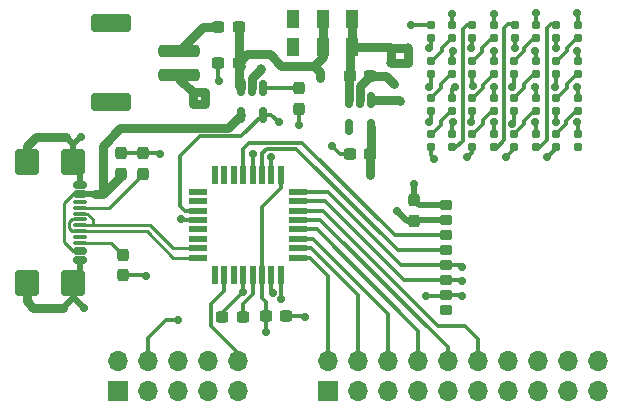
<source format=gbr>
%TF.GenerationSoftware,KiCad,Pcbnew,7.0.9*%
%TF.CreationDate,2024-02-03T21:53:43-08:00*%
%TF.ProjectId,Phorae_v1.0,50686f72-6165-45f7-9631-2e302e6b6963,rev?*%
%TF.SameCoordinates,Original*%
%TF.FileFunction,Copper,L1,Top*%
%TF.FilePolarity,Positive*%
%FSLAX46Y46*%
G04 Gerber Fmt 4.6, Leading zero omitted, Abs format (unit mm)*
G04 Created by KiCad (PCBNEW 7.0.9) date 2024-02-03 21:53:43*
%MOMM*%
%LPD*%
G01*
G04 APERTURE LIST*
G04 Aperture macros list*
%AMRoundRect*
0 Rectangle with rounded corners*
0 $1 Rounding radius*
0 $2 $3 $4 $5 $6 $7 $8 $9 X,Y pos of 4 corners*
0 Add a 4 corners polygon primitive as box body*
4,1,4,$2,$3,$4,$5,$6,$7,$8,$9,$2,$3,0*
0 Add four circle primitives for the rounded corners*
1,1,$1+$1,$2,$3*
1,1,$1+$1,$4,$5*
1,1,$1+$1,$6,$7*
1,1,$1+$1,$8,$9*
0 Add four rect primitives between the rounded corners*
20,1,$1+$1,$2,$3,$4,$5,0*
20,1,$1+$1,$4,$5,$6,$7,0*
20,1,$1+$1,$6,$7,$8,$9,0*
20,1,$1+$1,$8,$9,$2,$3,0*%
G04 Aperture macros list end*
%TA.AperFunction,SMDPad,CuDef*%
%ADD10RoundRect,0.150000X-0.150000X0.512500X-0.150000X-0.512500X0.150000X-0.512500X0.150000X0.512500X0*%
%TD*%
%TA.AperFunction,SMDPad,CuDef*%
%ADD11RoundRect,0.237500X0.300000X0.237500X-0.300000X0.237500X-0.300000X-0.237500X0.300000X-0.237500X0*%
%TD*%
%TA.AperFunction,SMDPad,CuDef*%
%ADD12RoundRect,0.175000X-0.175000X-0.175000X0.175000X-0.175000X0.175000X0.175000X-0.175000X0.175000X0*%
%TD*%
%TA.AperFunction,SMDPad,CuDef*%
%ADD13RoundRect,0.237500X0.237500X-0.300000X0.237500X0.300000X-0.237500X0.300000X-0.237500X-0.300000X0*%
%TD*%
%TA.AperFunction,ComponentPad*%
%ADD14R,1.700000X1.700000*%
%TD*%
%TA.AperFunction,ComponentPad*%
%ADD15O,1.700000X1.700000*%
%TD*%
%TA.AperFunction,SMDPad,CuDef*%
%ADD16RoundRect,0.237500X-0.237500X0.300000X-0.237500X-0.300000X0.237500X-0.300000X0.237500X0.300000X0*%
%TD*%
%TA.AperFunction,SMDPad,CuDef*%
%ADD17R,1.000000X1.600000*%
%TD*%
%TA.AperFunction,SMDPad,CuDef*%
%ADD18R,1.600000X0.550000*%
%TD*%
%TA.AperFunction,SMDPad,CuDef*%
%ADD19R,0.550000X1.600000*%
%TD*%
%TA.AperFunction,SMDPad,CuDef*%
%ADD20RoundRect,0.200000X-0.350000X-0.200000X0.350000X-0.200000X0.350000X0.200000X-0.350000X0.200000X0*%
%TD*%
%TA.AperFunction,SMDPad,CuDef*%
%ADD21RoundRect,0.150000X-0.425000X0.150000X-0.425000X-0.150000X0.425000X-0.150000X0.425000X0.150000X0*%
%TD*%
%TA.AperFunction,SMDPad,CuDef*%
%ADD22RoundRect,0.075000X-0.500000X0.075000X-0.500000X-0.075000X0.500000X-0.075000X0.500000X0.075000X0*%
%TD*%
%TA.AperFunction,SMDPad,CuDef*%
%ADD23RoundRect,0.250000X-0.750000X0.840000X-0.750000X-0.840000X0.750000X-0.840000X0.750000X0.840000X0*%
%TD*%
%TA.AperFunction,SMDPad,CuDef*%
%ADD24RoundRect,0.237500X-0.300000X-0.237500X0.300000X-0.237500X0.300000X0.237500X-0.300000X0.237500X0*%
%TD*%
%TA.AperFunction,SMDPad,CuDef*%
%ADD25RoundRect,0.250000X-1.500000X0.250000X-1.500000X-0.250000X1.500000X-0.250000X1.500000X0.250000X0*%
%TD*%
%TA.AperFunction,SMDPad,CuDef*%
%ADD26RoundRect,0.250001X-1.449999X0.499999X-1.449999X-0.499999X1.449999X-0.499999X1.449999X0.499999X0*%
%TD*%
%TA.AperFunction,ViaPad*%
%ADD27C,0.700000*%
%TD*%
%TA.AperFunction,ViaPad*%
%ADD28C,0.800000*%
%TD*%
%TA.AperFunction,Conductor*%
%ADD29C,0.750000*%
%TD*%
%TA.AperFunction,Conductor*%
%ADD30C,0.300000*%
%TD*%
%TA.AperFunction,Conductor*%
%ADD31C,0.500000*%
%TD*%
%TA.AperFunction,Conductor*%
%ADD32C,0.250000*%
%TD*%
G04 APERTURE END LIST*
D10*
%TO.P,U4,1,VIN*%
%TO.N,VCC*%
X72350000Y-75662500D03*
%TO.P,U4,2,GND*%
%TO.N,GND*%
X71400000Y-75662500D03*
%TO.P,U4,3,EN*%
%TO.N,VCC*%
X70450000Y-75662500D03*
%TO.P,U4,4,NC*%
%TO.N,unconnected-(U4-NC-Pad4)*%
X70450000Y-77937500D03*
%TO.P,U4,5,VOUT*%
%TO.N,+3.3V*%
X72350000Y-77937500D03*
%TD*%
D11*
%TO.P,F1,1*%
%TO.N,+BATT*%
X61112500Y-69500000D03*
%TO.P,F1,2*%
%TO.N,Net-(J2-Pin_1)*%
X59387500Y-69500000D03*
%TD*%
D12*
%TO.P,D15,1,VDD*%
%TO.N,VCC*%
X87985000Y-79650000D03*
%TO.P,D15,2,DOUT*%
%TO.N,unconnected-(D15-DOUT-Pad2)*%
X89815000Y-79650000D03*
%TO.P,D15,3,VSS*%
%TO.N,GND*%
X89815000Y-78550000D03*
%TO.P,D15,4,DIN*%
%TO.N,Net-(D14-DOUT)*%
X87985000Y-78550000D03*
%TD*%
D13*
%TO.P,R1,1*%
%TO.N,Net-(J1-CC1)*%
X53000000Y-81862500D03*
%TO.P,R1,2*%
%TO.N,GND*%
X53000000Y-80137500D03*
%TD*%
D14*
%TO.P,J4,1,Pin_1*%
%TO.N,MOSI*%
X68670000Y-100290000D03*
D15*
%TO.P,J4,2,Pin_2*%
%TO.N,Net-(J4-Pin_2)*%
X68670000Y-97750000D03*
%TO.P,J4,3,Pin_3*%
%TO.N,MISO*%
X71210000Y-100290000D03*
%TO.P,J4,4,Pin_4*%
%TO.N,Net-(J4-Pin_4)*%
X71210000Y-97750000D03*
%TO.P,J4,5,Pin_5*%
%TO.N,SCK*%
X73750000Y-100290000D03*
%TO.P,J4,6,Pin_6*%
%TO.N,Net-(J4-Pin_6)*%
X73750000Y-97750000D03*
%TO.P,J4,7,Pin_7*%
%TO.N,unconnected-(J4-Pin_7-Pad7)*%
X76290000Y-100290000D03*
%TO.P,J4,8,Pin_8*%
%TO.N,Net-(J4-Pin_8)*%
X76290000Y-97750000D03*
%TO.P,J4,9,Pin_9*%
%TO.N,PROG*%
X78830000Y-100290000D03*
%TO.P,J4,10,Pin_10*%
%TO.N,Net-(J4-Pin_10)*%
X78830000Y-97750000D03*
%TO.P,J4,11,Pin_11*%
%TO.N,unconnected-(J4-Pin_11-Pad11)*%
X81370000Y-100290000D03*
%TO.P,J4,12,Pin_12*%
%TO.N,Net-(J4-Pin_12)*%
X81370000Y-97750000D03*
%TO.P,J4,13,Pin_13*%
%TO.N,+BATT*%
X83910000Y-100290000D03*
%TO.P,J4,14,Pin_14*%
%TO.N,VBUS*%
X83910000Y-97750000D03*
%TO.P,J4,15,Pin_15*%
%TO.N,+BATT*%
X86450000Y-100290000D03*
%TO.P,J4,16,Pin_16*%
%TO.N,VBUS*%
X86450000Y-97750000D03*
%TO.P,J4,17,Pin_17*%
%TO.N,+3.3V*%
X88990000Y-100290000D03*
%TO.P,J4,18,Pin_18*%
%TO.N,GND*%
X88990000Y-97750000D03*
%TO.P,J4,19,Pin_19*%
%TO.N,+3.3V*%
X91530000Y-100290000D03*
%TO.P,J4,20,Pin_20*%
%TO.N,GND*%
X91530000Y-97750000D03*
%TD*%
D13*
%TO.P,C2,1*%
%TO.N,VBUS*%
X51200000Y-81862500D03*
%TO.P,C2,2*%
%TO.N,GND*%
X51200000Y-80137500D03*
%TD*%
D12*
%TO.P,D2,1,VDD*%
%TO.N,VCC*%
X77395000Y-73450000D03*
%TO.P,D2,2,DOUT*%
%TO.N,Net-(D2-DOUT)*%
X79225000Y-73450000D03*
%TO.P,D2,3,VSS*%
%TO.N,GND*%
X79225000Y-72350000D03*
%TO.P,D2,4,DIN*%
%TO.N,Net-(D1-DOUT)*%
X77395000Y-72350000D03*
%TD*%
D16*
%TO.P,R2,1*%
%TO.N,Net-(J1-CC2)*%
X51300000Y-88737500D03*
%TO.P,R2,2*%
%TO.N,GND*%
X51300000Y-90462500D03*
%TD*%
D11*
%TO.P,C1,1*%
%TO.N,+BATT*%
X61112500Y-72500000D03*
%TO.P,C1,2*%
%TO.N,GND*%
X59387500Y-72500000D03*
%TD*%
D16*
%TO.P,C4,1*%
%TO.N,+3.3V*%
X76000000Y-84137500D03*
%TO.P,C4,2*%
%TO.N,GND*%
X76000000Y-85862500D03*
%TD*%
D12*
%TO.P,D13,1,VDD*%
%TO.N,VCC*%
X87985000Y-73450000D03*
%TO.P,D13,2,DOUT*%
%TO.N,Net-(D13-DOUT)*%
X89815000Y-73450000D03*
%TO.P,D13,3,VSS*%
%TO.N,GND*%
X89815000Y-72350000D03*
%TO.P,D13,4,DIN*%
%TO.N,Net-(D12-DOUT)*%
X87985000Y-72350000D03*
%TD*%
%TO.P,D6,1,VDD*%
%TO.N,VCC*%
X80895000Y-76550000D03*
%TO.P,D6,2,DOUT*%
%TO.N,Net-(D6-DOUT)*%
X82725000Y-76550000D03*
%TO.P,D6,3,VSS*%
%TO.N,GND*%
X82725000Y-75450000D03*
%TO.P,D6,4,DIN*%
%TO.N,Net-(D5-DOUT)*%
X80895000Y-75450000D03*
%TD*%
%TO.P,D8,1,VDD*%
%TO.N,VCC*%
X84495000Y-70350000D03*
%TO.P,D8,2,DOUT*%
%TO.N,Net-(D8-DOUT)*%
X86325000Y-70350000D03*
%TO.P,D8,3,VSS*%
%TO.N,GND*%
X86325000Y-69250000D03*
%TO.P,D8,4,DIN*%
%TO.N,Net-(D7-DOUT)*%
X84495000Y-69250000D03*
%TD*%
D17*
%TO.P,SW1,1,A*%
%TO.N,unconnected-(SW1A-A-Pad1)*%
X65750000Y-68750000D03*
%TO.P,SW1,2,B*%
%TO.N,+BATT*%
X68250000Y-68750000D03*
%TO.P,SW1,3,C*%
%TO.N,VCC*%
X70750000Y-68750000D03*
%TO.P,SW1,4,A*%
%TO.N,unconnected-(SW1B-A-Pad4)*%
X65750000Y-71150000D03*
%TO.P,SW1,5,B*%
%TO.N,+BATT*%
X68250000Y-71150000D03*
%TO.P,SW1,6,C*%
%TO.N,VCC*%
X70750000Y-71150000D03*
%TD*%
D12*
%TO.P,D11,1,VDD*%
%TO.N,VCC*%
X84455000Y-79650000D03*
%TO.P,D11,2,DOUT*%
%TO.N,Net-(D11-DOUT)*%
X86285000Y-79650000D03*
%TO.P,D11,3,VSS*%
%TO.N,GND*%
X86285000Y-78550000D03*
%TO.P,D11,4,DIN*%
%TO.N,Net-(D10-DOUT)*%
X84455000Y-78550000D03*
%TD*%
D18*
%TO.P,U1,1,PA00*%
%TO.N,Net-(J4-Pin_2)*%
X66150000Y-89000000D03*
%TO.P,U1,2,PA01*%
%TO.N,Net-(J4-Pin_4)*%
X66150000Y-88200000D03*
%TO.P,U1,3,PA02*%
%TO.N,Net-(J4-Pin_6)*%
X66150000Y-87400000D03*
%TO.P,U1,4,PA03*%
%TO.N,Net-(J4-Pin_8)*%
X66150000Y-86600000D03*
%TO.P,U1,5,PA04*%
%TO.N,Net-(J4-Pin_10)*%
X66150000Y-85800000D03*
%TO.P,U1,6,PA05*%
%TO.N,Net-(J4-Pin_12)*%
X66150000Y-85000000D03*
%TO.P,U1,7,PA06*%
%TO.N,MOSI*%
X66150000Y-84200000D03*
%TO.P,U1,8,PA07*%
%TO.N,SCK*%
X66150000Y-83400000D03*
D19*
%TO.P,U1,9,VDDANA*%
%TO.N,+3.3V*%
X64700000Y-81950000D03*
%TO.P,U1,10,GND*%
%TO.N,GND*%
X63900000Y-81950000D03*
%TO.P,U1,11,PA08*%
%TO.N,CS*%
X63100000Y-81950000D03*
%TO.P,U1,12,PA09*%
%TO.N,MISO*%
X62300000Y-81950000D03*
%TO.P,U1,13,PA10*%
%TO.N,CE*%
X61500000Y-81950000D03*
%TO.P,U1,14,PA11*%
%TO.N,unconnected-(U1-PA11-Pad14)*%
X60700000Y-81950000D03*
%TO.P,U1,15,PA14*%
%TO.N,unconnected-(U1-PA14-Pad15)*%
X59900000Y-81950000D03*
%TO.P,U1,16,PA15*%
%TO.N,unconnected-(U1-PA15-Pad16)*%
X59100000Y-81950000D03*
D18*
%TO.P,U1,17,PA16*%
%TO.N,unconnected-(U1-PA16-Pad17)*%
X57650000Y-83400000D03*
%TO.P,U1,18,PA17*%
%TO.N,unconnected-(U1-PA17-Pad18)*%
X57650000Y-84200000D03*
%TO.P,U1,19,PA18*%
%TO.N,PROG*%
X57650000Y-85000000D03*
%TO.P,U1,20,PA19*%
%TO.N,LED_D*%
X57650000Y-85800000D03*
%TO.P,U1,21,PA22*%
%TO.N,unconnected-(U1-PA22-Pad21)*%
X57650000Y-86600000D03*
%TO.P,U1,22,PA23*%
%TO.N,unconnected-(U1-PA23-Pad22)*%
X57650000Y-87400000D03*
%TO.P,U1,23,PA24*%
%TO.N,D-*%
X57650000Y-88200000D03*
%TO.P,U1,24,PA25*%
%TO.N,D+*%
X57650000Y-89000000D03*
D19*
%TO.P,U1,25,PA27*%
%TO.N,unconnected-(U1-PA27-Pad25)*%
X59100000Y-90450000D03*
%TO.P,U1,26,~{RESET}*%
%TO.N,Net-(J3-Pin_10)*%
X59900000Y-90450000D03*
%TO.P,U1,27,PA28*%
%TO.N,unconnected-(U1-PA28-Pad27)*%
X60700000Y-90450000D03*
%TO.P,U1,28,GND*%
%TO.N,GND*%
X61500000Y-90450000D03*
%TO.P,U1,29,VDDCORE*%
%TO.N,Net-(U1-VDDCORE)*%
X62300000Y-90450000D03*
%TO.P,U1,30,VDDIN*%
%TO.N,+3.3V*%
X63100000Y-90450000D03*
%TO.P,U1,31,PA30*%
%TO.N,Net-(J3-Pin_4)*%
X63900000Y-90450000D03*
%TO.P,U1,32,PA31*%
%TO.N,Net-(J3-Pin_2)*%
X64700000Y-90450000D03*
%TD*%
D12*
%TO.P,D16,1,VDD*%
%TO.N,VCC*%
X77395000Y-79650000D03*
%TO.P,D16,2,DOUT*%
%TO.N,Net-(D16-DOUT)*%
X79225000Y-79650000D03*
%TO.P,D16,3,VSS*%
%TO.N,GND*%
X79225000Y-78550000D03*
%TO.P,D16,4,DIN*%
%TO.N,Net-(D16-DIN)*%
X77395000Y-78550000D03*
%TD*%
D10*
%TO.P,U3,1,STAT*%
%TO.N,Net-(U3-STAT)*%
X63200000Y-74612500D03*
%TO.P,U3,2,V_{SS}*%
%TO.N,GND*%
X62250000Y-74612500D03*
%TO.P,U3,3,V_{BAT}*%
%TO.N,+BATT*%
X61300000Y-74612500D03*
%TO.P,U3,4,V_{DD}*%
%TO.N,VBUS*%
X61300000Y-76887500D03*
%TO.P,U3,5,PROG*%
%TO.N,PROG*%
X63200000Y-76887500D03*
%TD*%
D20*
%TO.P,U2,1,GND*%
%TO.N,GND*%
X78700000Y-85825000D03*
%TO.P,U2,2,VCC*%
%TO.N,+3.3V*%
X78700000Y-84555000D03*
%TO.P,U2,3,CE*%
%TO.N,CE*%
X78700000Y-87095000D03*
%TO.P,U2,4,~{CSN}*%
%TO.N,CS*%
X78700000Y-88365000D03*
%TO.P,U2,5,SCK*%
%TO.N,SCK*%
X78700000Y-89635000D03*
%TO.P,U2,6,MOSI*%
%TO.N,MOSI*%
X78700000Y-90905000D03*
%TO.P,U2,7,MISO*%
%TO.N,MISO*%
X78700000Y-92175000D03*
%TO.P,U2,8,IRQ*%
%TO.N,unconnected-(U2-IRQ-Pad8)*%
X78700000Y-93445000D03*
%TD*%
D13*
%TO.P,R3,1*%
%TO.N,GND*%
X66250000Y-76362500D03*
%TO.P,R3,2*%
%TO.N,Net-(U3-STAT)*%
X66250000Y-74637500D03*
%TD*%
D12*
%TO.P,D4,1,VDD*%
%TO.N,VCC*%
X80895000Y-70350000D03*
%TO.P,D4,2,DOUT*%
%TO.N,Net-(D4-DOUT)*%
X82725000Y-70350000D03*
%TO.P,D4,3,VSS*%
%TO.N,GND*%
X82725000Y-69250000D03*
%TO.P,D4,4,DIN*%
%TO.N,Net-(D16-DOUT)*%
X80895000Y-69250000D03*
%TD*%
D21*
%TO.P,J1,A1,GND*%
%TO.N,GND*%
X47680000Y-82800000D03*
%TO.P,J1,A4,VBUS*%
%TO.N,VBUS*%
X47680000Y-83600000D03*
D22*
%TO.P,J1,A5,CC1*%
%TO.N,Net-(J1-CC1)*%
X47680000Y-84750000D03*
%TO.P,J1,A6,D+*%
%TO.N,D+*%
X47680000Y-85750000D03*
%TO.P,J1,A7,D-*%
%TO.N,D-*%
X47680000Y-86250000D03*
%TO.P,J1,A8,SBU1*%
%TO.N,unconnected-(J1-SBU1-PadA8)*%
X47680000Y-87250000D03*
D21*
%TO.P,J1,A9,VBUS*%
%TO.N,VBUS*%
X47680000Y-88400000D03*
%TO.P,J1,A12,GND*%
%TO.N,GND*%
X47680000Y-89200000D03*
%TO.P,J1,B1,GND*%
X47680000Y-89200000D03*
%TO.P,J1,B4,VBUS*%
%TO.N,VBUS*%
X47680000Y-88400000D03*
D22*
%TO.P,J1,B5,CC2*%
%TO.N,Net-(J1-CC2)*%
X47680000Y-87750000D03*
%TO.P,J1,B6,D+*%
%TO.N,D+*%
X47680000Y-86750000D03*
%TO.P,J1,B7,D-*%
%TO.N,D-*%
X47680000Y-85250000D03*
%TO.P,J1,B8,SBU2*%
%TO.N,unconnected-(J1-SBU2-PadB8)*%
X47680000Y-84250000D03*
D21*
%TO.P,J1,B9,VBUS*%
%TO.N,VBUS*%
X47680000Y-83600000D03*
%TO.P,J1,B12,GND*%
%TO.N,GND*%
X47680000Y-82800000D03*
D23*
%TO.P,J1,S1,SHIELD*%
X47105000Y-80890000D03*
X43175000Y-80890000D03*
X47105000Y-91110000D03*
X43175000Y-91110000D03*
%TD*%
D12*
%TO.P,D3,1,VDD*%
%TO.N,VCC*%
X77395000Y-76550000D03*
%TO.P,D3,2,DOUT*%
%TO.N,Net-(D16-DIN)*%
X79225000Y-76550000D03*
%TO.P,D3,3,VSS*%
%TO.N,GND*%
X79225000Y-75450000D03*
%TO.P,D3,4,DIN*%
%TO.N,Net-(D2-DOUT)*%
X77395000Y-75450000D03*
%TD*%
D24*
%TO.P,C8,1*%
%TO.N,VCC*%
X70537500Y-73600000D03*
%TO.P,C8,2*%
%TO.N,GND*%
X72262500Y-73600000D03*
%TD*%
D11*
%TO.P,C3,1*%
%TO.N,+3.3V*%
X72262500Y-80200000D03*
%TO.P,C3,2*%
%TO.N,GND*%
X70537500Y-80200000D03*
%TD*%
D12*
%TO.P,D1,1,VDD*%
%TO.N,VCC*%
X77395000Y-70350000D03*
%TO.P,D1,2,DOUT*%
%TO.N,Net-(D1-DOUT)*%
X79225000Y-70350000D03*
%TO.P,D1,3,VSS*%
%TO.N,GND*%
X79225000Y-69250000D03*
%TO.P,D1,4,DIN*%
%TO.N,LED_D*%
X77395000Y-69250000D03*
%TD*%
D24*
%TO.P,C5,1*%
%TO.N,GND*%
X59737500Y-94000000D03*
%TO.P,C5,2*%
%TO.N,Net-(U1-VDDCORE)*%
X61462500Y-94000000D03*
%TD*%
D12*
%TO.P,D10,1,VDD*%
%TO.N,VCC*%
X84455000Y-76550000D03*
%TO.P,D10,2,DOUT*%
%TO.N,Net-(D10-DOUT)*%
X86285000Y-76550000D03*
%TO.P,D10,3,VSS*%
%TO.N,GND*%
X86285000Y-75450000D03*
%TO.P,D10,4,DIN*%
%TO.N,Net-(D10-DIN)*%
X84455000Y-75450000D03*
%TD*%
D14*
%TO.P,J3,1,Pin_1*%
%TO.N,+3.3V*%
X50920000Y-100290000D03*
D15*
%TO.P,J3,2,Pin_2*%
%TO.N,Net-(J3-Pin_2)*%
X50920000Y-97750000D03*
%TO.P,J3,3,Pin_3*%
%TO.N,GND*%
X53460000Y-100290000D03*
%TO.P,J3,4,Pin_4*%
%TO.N,Net-(J3-Pin_4)*%
X53460000Y-97750000D03*
%TO.P,J3,5,Pin_5*%
%TO.N,GND*%
X56000000Y-100290000D03*
%TO.P,J3,6,Pin_6*%
%TO.N,unconnected-(J3-Pin_6-Pad6)*%
X56000000Y-97750000D03*
%TO.P,J3,7,Pin_7*%
%TO.N,unconnected-(J3-Pin_7-Pad7)*%
X58540000Y-100290000D03*
%TO.P,J3,8,Pin_8*%
%TO.N,unconnected-(J3-Pin_8-Pad8)*%
X58540000Y-97750000D03*
%TO.P,J3,9,Pin_9*%
%TO.N,GND*%
X61080000Y-100290000D03*
%TO.P,J3,10,Pin_10*%
%TO.N,Net-(J3-Pin_10)*%
X61080000Y-97750000D03*
%TD*%
D12*
%TO.P,D12,1,VDD*%
%TO.N,VCC*%
X87995000Y-70350000D03*
%TO.P,D12,2,DOUT*%
%TO.N,Net-(D12-DOUT)*%
X89825000Y-70350000D03*
%TO.P,D12,3,VSS*%
%TO.N,GND*%
X89825000Y-69250000D03*
%TO.P,D12,4,DIN*%
%TO.N,Net-(D11-DOUT)*%
X87995000Y-69250000D03*
%TD*%
D24*
%TO.P,C6,1*%
%TO.N,+3.3V*%
X63437500Y-93950000D03*
%TO.P,C6,2*%
%TO.N,GND*%
X65162500Y-93950000D03*
%TD*%
D12*
%TO.P,D9,1,VDD*%
%TO.N,VCC*%
X84455000Y-73450000D03*
%TO.P,D9,2,DOUT*%
%TO.N,Net-(D10-DIN)*%
X86285000Y-73450000D03*
%TO.P,D9,3,VSS*%
%TO.N,GND*%
X86285000Y-72350000D03*
%TO.P,D9,4,DIN*%
%TO.N,Net-(D8-DOUT)*%
X84455000Y-72350000D03*
%TD*%
%TO.P,D7,1,VDD*%
%TO.N,VCC*%
X80910000Y-79600000D03*
%TO.P,D7,2,DOUT*%
%TO.N,Net-(D7-DOUT)*%
X82740000Y-79600000D03*
%TO.P,D7,3,VSS*%
%TO.N,GND*%
X82740000Y-78500000D03*
%TO.P,D7,4,DIN*%
%TO.N,Net-(D6-DOUT)*%
X80910000Y-78500000D03*
%TD*%
%TO.P,D14,1,VDD*%
%TO.N,VCC*%
X87985000Y-76550000D03*
%TO.P,D14,2,DOUT*%
%TO.N,Net-(D14-DOUT)*%
X89815000Y-76550000D03*
%TO.P,D14,3,VSS*%
%TO.N,GND*%
X89815000Y-75450000D03*
%TO.P,D14,4,DIN*%
%TO.N,Net-(D13-DOUT)*%
X87985000Y-75450000D03*
%TD*%
%TO.P,D5,1,VDD*%
%TO.N,VCC*%
X80895000Y-73450000D03*
%TO.P,D5,2,DOUT*%
%TO.N,Net-(D5-DOUT)*%
X82725000Y-73450000D03*
%TO.P,D5,3,VSS*%
%TO.N,GND*%
X82725000Y-72350000D03*
%TO.P,D5,4,DIN*%
%TO.N,Net-(D4-DOUT)*%
X80895000Y-72350000D03*
%TD*%
D25*
%TO.P,J2,1,Pin_1*%
%TO.N,Net-(J2-Pin_1)*%
X56100000Y-71500000D03*
%TO.P,J2,2,Pin_2*%
%TO.N,GND*%
X56100000Y-73500000D03*
D26*
%TO.P,J2,MP*%
%TO.N,N/C*%
X50350000Y-69150000D03*
X50350000Y-75850000D03*
%TD*%
D27*
%TO.N,VCC*%
X74750000Y-75750000D03*
X83750000Y-80500000D03*
X84309500Y-74500000D03*
X84309500Y-77650500D03*
X80809500Y-71250000D03*
D28*
X75500000Y-72500000D03*
D27*
X77250000Y-71250000D03*
D28*
X74000000Y-71250000D03*
D27*
X77653721Y-80596279D03*
X87250000Y-80500000D03*
X88000000Y-77500000D03*
X80985378Y-74485378D03*
X87909500Y-74500000D03*
X80500000Y-80500000D03*
X84500000Y-71250000D03*
D28*
X74000000Y-72500000D03*
D27*
X88000000Y-71250000D03*
X77250000Y-74500000D03*
D28*
X75500000Y-71250000D03*
D27*
X80809500Y-77500000D03*
X77250000Y-77500000D03*
%TO.N,LED_D*%
X75750000Y-69250000D03*
X56250000Y-85750000D03*
%TO.N,GND*%
X79410500Y-74500000D03*
X79250000Y-77500000D03*
X47750000Y-78750000D03*
X57250000Y-75000000D03*
X74250000Y-74250000D03*
X82750000Y-71500000D03*
X86250000Y-77500000D03*
X89750000Y-77500000D03*
X79210000Y-68400000D03*
X86250000Y-71500000D03*
D28*
X63000000Y-73000000D03*
D27*
X89750000Y-71500000D03*
X66250000Y-77750000D03*
X61500000Y-91900000D03*
X53250000Y-90500000D03*
X69000000Y-79500000D03*
X46500000Y-78750000D03*
X89750000Y-74500000D03*
X54500000Y-80250000D03*
X58250000Y-75000000D03*
X57250000Y-76000000D03*
X79250000Y-71500000D03*
X46250000Y-93250000D03*
X63900000Y-80500000D03*
X74500000Y-85000000D03*
X66750000Y-94000000D03*
X59500000Y-74000000D03*
X89810000Y-68300000D03*
X48000000Y-93250000D03*
X82750000Y-74500000D03*
X86250000Y-74500000D03*
X86310000Y-68300000D03*
X82750000Y-77500000D03*
X58250000Y-76000000D03*
X82710000Y-68400000D03*
%TO.N,VBUS*%
X60187500Y-78000000D03*
%TO.N,+3.3V*%
X72250000Y-82000000D03*
X63400000Y-95250000D03*
X76000000Y-82750000D03*
%TO.N,Net-(J3-Pin_2)*%
X64750000Y-92500000D03*
%TO.N,Net-(J3-Pin_4)*%
X56000000Y-94250000D03*
X64000000Y-92000000D03*
%TO.N,MOSI*%
X80000000Y-91000000D03*
%TO.N,MISO*%
X77000000Y-92250000D03*
X62300000Y-80250000D03*
X80000000Y-92250000D03*
%TO.N,SCK*%
X80000000Y-89750000D03*
%TO.N,PROG*%
X64500000Y-77500000D03*
%TO.N,+BATT*%
X68000000Y-73750000D03*
%TD*%
D29*
%TO.N,VCC*%
X74662500Y-75662500D02*
X72350000Y-75662500D01*
D30*
X80895000Y-76550000D02*
X80895000Y-77414500D01*
X87985000Y-77485000D02*
X88000000Y-77500000D01*
D29*
X74750000Y-75750000D02*
X74662500Y-75662500D01*
D30*
X87985000Y-74424500D02*
X87909500Y-74500000D01*
X84495000Y-71245000D02*
X84500000Y-71250000D01*
X87250000Y-80500000D02*
X87985000Y-79765000D01*
D29*
X75500000Y-71250000D02*
X75500000Y-72500000D01*
D30*
X80895000Y-77414500D02*
X80809500Y-77500000D01*
D29*
X70750000Y-68750000D02*
X70750000Y-71150000D01*
D30*
X80895000Y-74395000D02*
X80985378Y-74485378D01*
X84455000Y-73450000D02*
X84455000Y-74354500D01*
D29*
X70750000Y-71150000D02*
X73900000Y-71150000D01*
D30*
X84455000Y-79795000D02*
X84455000Y-79650000D01*
X84495000Y-70350000D02*
X84495000Y-71245000D01*
D29*
X74000000Y-71250000D02*
X74000000Y-72500000D01*
X70537500Y-71362500D02*
X70750000Y-71150000D01*
D30*
X80895000Y-70350000D02*
X80895000Y-71164500D01*
X80895000Y-71164500D02*
X80809500Y-71250000D01*
X87985000Y-73450000D02*
X87985000Y-74424500D01*
X84455000Y-74354500D02*
X84309500Y-74500000D01*
X77395000Y-74355000D02*
X77250000Y-74500000D01*
X77395000Y-80337558D02*
X77395000Y-79650000D01*
X87995000Y-70350000D02*
X87995000Y-71245000D01*
X80895000Y-73450000D02*
X80895000Y-74395000D01*
X80500000Y-80500000D02*
X80910000Y-80090000D01*
X77395000Y-73450000D02*
X77395000Y-74355000D01*
X84455000Y-77505000D02*
X84309500Y-77650500D01*
X77395000Y-77355000D02*
X77250000Y-77500000D01*
X77395000Y-76550000D02*
X77395000Y-77355000D01*
X87995000Y-71245000D02*
X88000000Y-71250000D01*
X83750000Y-80500000D02*
X84455000Y-79795000D01*
X77395000Y-70350000D02*
X77395000Y-71105000D01*
D29*
X73900000Y-71150000D02*
X74000000Y-71250000D01*
D30*
X77653721Y-80596279D02*
X77395000Y-80337558D01*
X80910000Y-80090000D02*
X80910000Y-79600000D01*
X87985000Y-76550000D02*
X87985000Y-77485000D01*
X77395000Y-71105000D02*
X77250000Y-71250000D01*
D29*
X70537500Y-73600000D02*
X70537500Y-71362500D01*
X74000000Y-72500000D02*
X75500000Y-72500000D01*
X70450000Y-75662500D02*
X70450000Y-73687500D01*
X74000000Y-71250000D02*
X75500000Y-71250000D01*
D30*
X84455000Y-76550000D02*
X84455000Y-77505000D01*
D29*
X70450000Y-73687500D02*
X70537500Y-73600000D01*
D30*
X87985000Y-79765000D02*
X87985000Y-79650000D01*
%TO.N,Net-(D1-DOUT)*%
X78310000Y-71500000D02*
X77460000Y-72350000D01*
X77460000Y-72350000D02*
X77395000Y-72350000D01*
X78310000Y-71200000D02*
X78310000Y-71500000D01*
X79225000Y-70350000D02*
X79160000Y-70350000D01*
X79160000Y-70350000D02*
X78310000Y-71200000D01*
%TO.N,LED_D*%
X75750000Y-69250000D02*
X77395000Y-69250000D01*
X57650000Y-85800000D02*
X56300000Y-85800000D01*
X56300000Y-85800000D02*
X56250000Y-85750000D01*
%TO.N,Net-(D2-DOUT)*%
X78285000Y-74625000D02*
X77435000Y-75475000D01*
X78285000Y-74325000D02*
X78285000Y-74625000D01*
X79135000Y-73475000D02*
X78285000Y-74325000D01*
%TO.N,GND*%
X51200000Y-80137500D02*
X53000000Y-80137500D01*
X66700000Y-93950000D02*
X66750000Y-94000000D01*
D29*
X73600000Y-73600000D02*
X74250000Y-74250000D01*
D30*
X89825000Y-69250000D02*
X89825000Y-68315000D01*
X89815000Y-74565000D02*
X89750000Y-74500000D01*
D31*
X47680000Y-82800000D02*
X47680000Y-81465000D01*
D30*
X89815000Y-77565000D02*
X89750000Y-77500000D01*
X59387500Y-74112500D02*
X59500000Y-74000000D01*
X86285000Y-78550000D02*
X86285000Y-77535000D01*
X89815000Y-78550000D02*
X89815000Y-77565000D01*
X65162500Y-93950000D02*
X66700000Y-93950000D01*
X79225000Y-71525000D02*
X79250000Y-71500000D01*
D31*
X76037500Y-85825000D02*
X76000000Y-85862500D01*
D29*
X57250000Y-76000000D02*
X58250000Y-76000000D01*
D30*
X82725000Y-71525000D02*
X82750000Y-71500000D01*
X86285000Y-75450000D02*
X86285000Y-74535000D01*
D29*
X43175000Y-79575000D02*
X44000000Y-78750000D01*
D31*
X47105000Y-79355000D02*
X46500000Y-78750000D01*
D29*
X44000000Y-78750000D02*
X46500000Y-78750000D01*
D30*
X86285000Y-74535000D02*
X86250000Y-74500000D01*
X53212500Y-90462500D02*
X53250000Y-90500000D01*
D31*
X47680000Y-89200000D02*
X47680000Y-90535000D01*
D30*
X86285000Y-77535000D02*
X86250000Y-77500000D01*
X86325000Y-69250000D02*
X86325000Y-68315000D01*
X61500000Y-90450000D02*
X61500000Y-91900000D01*
D31*
X47105000Y-91110000D02*
X47105000Y-92395000D01*
D30*
X82725000Y-74525000D02*
X82750000Y-74500000D01*
X86285000Y-71535000D02*
X86250000Y-71500000D01*
X89825000Y-68315000D02*
X89810000Y-68300000D01*
X89815000Y-71565000D02*
X89750000Y-71500000D01*
D29*
X43750000Y-93250000D02*
X46250000Y-93250000D01*
D30*
X82725000Y-69250000D02*
X82725000Y-68415000D01*
D31*
X75362500Y-85862500D02*
X74500000Y-85000000D01*
D30*
X79225000Y-72350000D02*
X79225000Y-71525000D01*
X63900000Y-81950000D02*
X63900000Y-80500000D01*
X79225000Y-74685500D02*
X79410500Y-74500000D01*
D29*
X62250000Y-74612500D02*
X62250000Y-73750000D01*
D30*
X69700000Y-80200000D02*
X69000000Y-79500000D01*
X53000000Y-80137500D02*
X54387500Y-80137500D01*
X86285000Y-72350000D02*
X86285000Y-71535000D01*
X79225000Y-75450000D02*
X79225000Y-74685500D01*
D31*
X47105000Y-80890000D02*
X47105000Y-79355000D01*
D30*
X82740000Y-78500000D02*
X82740000Y-77510000D01*
D31*
X47105000Y-79395000D02*
X47750000Y-78750000D01*
D30*
X79225000Y-68415000D02*
X79210000Y-68400000D01*
X59387500Y-73887500D02*
X59500000Y-74000000D01*
D31*
X47105000Y-80890000D02*
X47105000Y-79395000D01*
X76000000Y-85862500D02*
X75362500Y-85862500D01*
D30*
X70537500Y-80200000D02*
X69700000Y-80200000D01*
D29*
X71400000Y-75662500D02*
X71400000Y-74462500D01*
X43175000Y-92675000D02*
X43750000Y-93250000D01*
D31*
X47105000Y-92355000D02*
X48000000Y-93250000D01*
D29*
X43175000Y-80890000D02*
X43175000Y-79575000D01*
D30*
X66250000Y-76362500D02*
X66250000Y-77750000D01*
X86325000Y-68315000D02*
X86310000Y-68300000D01*
X59737500Y-93662500D02*
X59737500Y-94000000D01*
X79225000Y-69250000D02*
X79225000Y-68415000D01*
D31*
X47105000Y-91110000D02*
X47105000Y-92355000D01*
D30*
X82725000Y-75450000D02*
X82725000Y-74525000D01*
D29*
X56100000Y-73500000D02*
X56100000Y-73850000D01*
D30*
X54387500Y-80137500D02*
X54500000Y-80250000D01*
D31*
X47105000Y-92395000D02*
X46250000Y-93250000D01*
D30*
X89815000Y-75450000D02*
X89815000Y-74565000D01*
D29*
X57250000Y-75000000D02*
X57250000Y-76000000D01*
D30*
X59387500Y-72500000D02*
X59387500Y-73887500D01*
D29*
X57250000Y-75000000D02*
X58250000Y-75000000D01*
D30*
X82725000Y-68415000D02*
X82710000Y-68400000D01*
X82725000Y-72350000D02*
X82725000Y-71525000D01*
X51300000Y-90462500D02*
X53212500Y-90462500D01*
X61500000Y-91900000D02*
X59737500Y-93662500D01*
D29*
X56100000Y-73850000D02*
X57250000Y-75000000D01*
X62250000Y-73750000D02*
X63000000Y-73000000D01*
D30*
X79225000Y-77525000D02*
X79250000Y-77500000D01*
D31*
X78700000Y-85825000D02*
X76037500Y-85825000D01*
D30*
X82740000Y-77510000D02*
X82750000Y-77500000D01*
D29*
X43175000Y-91110000D02*
X43175000Y-92675000D01*
X72262500Y-73600000D02*
X73600000Y-73600000D01*
X71400000Y-74462500D02*
X72262500Y-73600000D01*
D31*
X47680000Y-90535000D02*
X47105000Y-91110000D01*
D30*
X89815000Y-72350000D02*
X89815000Y-71565000D01*
D31*
X47680000Y-81465000D02*
X47105000Y-80890000D01*
D29*
X58250000Y-76000000D02*
X58250000Y-75000000D01*
D30*
X79225000Y-78550000D02*
X79225000Y-77525000D01*
D32*
%TO.N,Net-(J1-CC1)*%
X50112500Y-84750000D02*
X53000000Y-81862500D01*
X47680000Y-84750000D02*
X50112500Y-84750000D01*
%TO.N,D+*%
X46780000Y-86492764D02*
X47037236Y-86750000D01*
X47037236Y-86750000D02*
X47680000Y-86750000D01*
X46780000Y-86007236D02*
X46780000Y-86492764D01*
X55600000Y-89000000D02*
X57650000Y-89000000D01*
X47680000Y-86750000D02*
X53350000Y-86750000D01*
X47037236Y-85750000D02*
X46780000Y-86007236D01*
X53350000Y-86750000D02*
X55600000Y-89000000D01*
X47680000Y-85750000D02*
X47037236Y-85750000D01*
%TO.N,D-*%
X48800000Y-85727236D02*
X48800000Y-86250000D01*
X55600000Y-88200000D02*
X57650000Y-88200000D01*
X53650000Y-86250000D02*
X55600000Y-88200000D01*
X47680000Y-86250000D02*
X48800000Y-86250000D01*
X48800000Y-86250000D02*
X53650000Y-86250000D01*
X48322764Y-85250000D02*
X48800000Y-85727236D01*
X47680000Y-85250000D02*
X48322764Y-85250000D01*
%TO.N,Net-(J1-CC2)*%
X47680000Y-87750000D02*
X50312500Y-87750000D01*
X50312500Y-87750000D02*
X51300000Y-88737500D01*
D29*
%TO.N,VBUS*%
X51200000Y-82050000D02*
X49650000Y-83600000D01*
X49650000Y-83600000D02*
X49600000Y-83600000D01*
X51100000Y-78000000D02*
X49600000Y-79500000D01*
D31*
X47680000Y-83600000D02*
X49000000Y-83600000D01*
D32*
X47104949Y-83600000D02*
X47680000Y-83600000D01*
X47680000Y-88400000D02*
X47104949Y-88400000D01*
X47104949Y-88400000D02*
X46330000Y-87625051D01*
X46330000Y-84374949D02*
X47104949Y-83600000D01*
D29*
X49600000Y-79500000D02*
X49600000Y-83600000D01*
X51200000Y-81862500D02*
X51200000Y-82050000D01*
D31*
X49000000Y-83600000D02*
X49250000Y-83600000D01*
D29*
X49600000Y-83600000D02*
X49000000Y-83600000D01*
X60187500Y-78000000D02*
X51100000Y-78000000D01*
X61300000Y-76887500D02*
X60187500Y-78000000D01*
D32*
X46330000Y-87625051D02*
X46330000Y-84374949D01*
D29*
%TO.N,Net-(J2-Pin_1)*%
X58100000Y-69500000D02*
X59387500Y-69500000D01*
X56100000Y-71500000D02*
X58100000Y-69500000D01*
D30*
%TO.N,+3.3V*%
X63100000Y-84675000D02*
X63100000Y-90450000D01*
X64700000Y-81950000D02*
X64700000Y-83075000D01*
X64700000Y-83075000D02*
X63100000Y-84675000D01*
D29*
X72350000Y-77937500D02*
X72350000Y-80112500D01*
D30*
X63100000Y-92362500D02*
X63100000Y-90450000D01*
D31*
X76417500Y-84555000D02*
X76000000Y-84137500D01*
X78700000Y-84555000D02*
X76417500Y-84555000D01*
X76000000Y-84137500D02*
X76000000Y-82750000D01*
D29*
X72350000Y-80112500D02*
X72262500Y-80200000D01*
D30*
X63400000Y-95250000D02*
X63437500Y-95212500D01*
X63437500Y-92700000D02*
X63100000Y-92362500D01*
D29*
X72262500Y-80200000D02*
X72262500Y-81987500D01*
X72262500Y-81987500D02*
X72250000Y-82000000D01*
D30*
X63437500Y-95212500D02*
X63437500Y-92700000D01*
%TO.N,Net-(J3-Pin_2)*%
X64700000Y-90450000D02*
X64700000Y-92450000D01*
X64700000Y-92450000D02*
X64750000Y-92500000D01*
%TO.N,Net-(J3-Pin_4)*%
X63900000Y-91900000D02*
X64000000Y-92000000D01*
X56000000Y-94250000D02*
X55000000Y-94250000D01*
X53460000Y-95790000D02*
X53460000Y-97750000D01*
X55000000Y-94250000D02*
X53460000Y-95790000D01*
X63900000Y-90450000D02*
X63900000Y-91900000D01*
%TO.N,Net-(J3-Pin_10)*%
X58750000Y-92931284D02*
X58750000Y-94750000D01*
X61080000Y-97080000D02*
X61080000Y-97750000D01*
X59900000Y-90450000D02*
X59900000Y-91781284D01*
X59900000Y-91781284D02*
X58750000Y-92931284D01*
X58750000Y-94750000D02*
X61080000Y-97080000D01*
%TO.N,MOSI*%
X66150000Y-84200000D02*
X68450000Y-84200000D01*
X75155000Y-90905000D02*
X78700000Y-90905000D01*
X78700000Y-90905000D02*
X79905000Y-90905000D01*
X79905000Y-90905000D02*
X80000000Y-91000000D01*
X68450000Y-84200000D02*
X75155000Y-90905000D01*
%TO.N,Net-(J4-Pin_2)*%
X66150000Y-89000000D02*
X67125000Y-89000000D01*
X68670000Y-90545000D02*
X68670000Y-97750000D01*
X67125000Y-89000000D02*
X68670000Y-90545000D01*
%TO.N,MISO*%
X62300000Y-80250000D02*
X62300000Y-81950000D01*
X79925000Y-92175000D02*
X80000000Y-92250000D01*
X77000000Y-92250000D02*
X78625000Y-92250000D01*
X78625000Y-92250000D02*
X78700000Y-92175000D01*
X78700000Y-92175000D02*
X79925000Y-92175000D01*
%TO.N,Net-(J4-Pin_4)*%
X66150000Y-88200000D02*
X67250000Y-88200000D01*
X67250000Y-88200000D02*
X71210000Y-92160000D01*
X71210000Y-92160000D02*
X71210000Y-97750000D01*
%TO.N,SCK*%
X79885000Y-89635000D02*
X80000000Y-89750000D01*
X66150000Y-83400000D02*
X68650000Y-83400000D01*
X68650000Y-83400000D02*
X74885000Y-89635000D01*
X78700000Y-89635000D02*
X79885000Y-89635000D01*
X74885000Y-89635000D02*
X78700000Y-89635000D01*
%TO.N,Net-(J4-Pin_6)*%
X67400000Y-87400000D02*
X73750000Y-93750000D01*
X66150000Y-87400000D02*
X67400000Y-87400000D01*
X73750000Y-93750000D02*
X73750000Y-97750000D01*
%TO.N,Net-(J4-Pin_8)*%
X76290000Y-95165000D02*
X76290000Y-97750000D01*
X66150000Y-86600000D02*
X67725000Y-86600000D01*
X67725000Y-86600000D02*
X76290000Y-95165000D01*
%TO.N,PROG*%
X56550000Y-85000000D02*
X56200000Y-84650000D01*
X57650000Y-85000000D02*
X56550000Y-85000000D01*
X57875000Y-78725000D02*
X61362500Y-78725000D01*
X61362500Y-78725000D02*
X63200000Y-76887500D01*
X56200000Y-80400000D02*
X57875000Y-78725000D01*
X63887500Y-76887500D02*
X64500000Y-77500000D01*
X63200000Y-76887500D02*
X63887500Y-76887500D01*
X56200000Y-84650000D02*
X56200000Y-80400000D01*
%TO.N,Net-(J4-Pin_10)*%
X78830000Y-96580000D02*
X78830000Y-97750000D01*
X68050000Y-85800000D02*
X78830000Y-96580000D01*
X66150000Y-85800000D02*
X68050000Y-85800000D01*
%TO.N,Net-(J4-Pin_12)*%
X80250000Y-94750000D02*
X81370000Y-95870000D01*
X81370000Y-95870000D02*
X81370000Y-97750000D01*
X66150000Y-85000000D02*
X68250000Y-85000000D01*
X68250000Y-85000000D02*
X78000000Y-94750000D01*
X78000000Y-94750000D02*
X80250000Y-94750000D01*
D29*
%TO.N,+BATT*%
X61300000Y-74612500D02*
X61300000Y-74112500D01*
X68250000Y-71150000D02*
X68250000Y-68750000D01*
X61112500Y-72500000D02*
X61362500Y-72750000D01*
X61112500Y-69500000D02*
X61112500Y-72500000D01*
X64750000Y-72750000D02*
X67500000Y-72750000D01*
X61862500Y-71750000D02*
X63750000Y-71750000D01*
X68000000Y-73250000D02*
X68000000Y-73750000D01*
X63750000Y-71750000D02*
X64750000Y-72750000D01*
X67500000Y-72750000D02*
X68000000Y-73250000D01*
X61112500Y-74425000D02*
X61300000Y-74612500D01*
X61112500Y-72500000D02*
X61112500Y-74425000D01*
X68250000Y-72000000D02*
X68250000Y-71150000D01*
X61112500Y-72500000D02*
X61862500Y-71750000D01*
X67500000Y-72750000D02*
X68250000Y-72000000D01*
D30*
%TO.N,CS*%
X63100000Y-80150000D02*
X63500000Y-79750000D01*
X74615000Y-88365000D02*
X78700000Y-88365000D01*
X66000000Y-79750000D02*
X74615000Y-88365000D01*
X63100000Y-81950000D02*
X63100000Y-80150000D01*
X63500000Y-79750000D02*
X66000000Y-79750000D01*
%TO.N,CE*%
X66500000Y-79250000D02*
X74345000Y-87095000D01*
X62000000Y-79250000D02*
X66500000Y-79250000D01*
X61500000Y-79750000D02*
X62000000Y-79250000D01*
X61500000Y-81950000D02*
X61500000Y-79750000D01*
X74345000Y-87095000D02*
X78700000Y-87095000D01*
%TO.N,Net-(U1-VDDCORE)*%
X62300000Y-90450000D02*
X62300000Y-92089950D01*
X61462500Y-92927450D02*
X61462500Y-94000000D01*
X62300000Y-92089950D02*
X61462500Y-92927450D01*
%TO.N,Net-(U3-STAT)*%
X66225000Y-74612500D02*
X66250000Y-74637500D01*
X63200000Y-74612500D02*
X66225000Y-74612500D01*
%TO.N,Net-(D16-DIN)*%
X78285000Y-77725000D02*
X77435000Y-78575000D01*
X79135000Y-76575000D02*
X78285000Y-77425000D01*
X78285000Y-77425000D02*
X78285000Y-77725000D01*
%TO.N,Net-(D4-DOUT)*%
X81760000Y-71550000D02*
X80910000Y-72400000D01*
X82610000Y-70400000D02*
X81760000Y-71250000D01*
X81760000Y-71250000D02*
X81760000Y-71550000D01*
%TO.N,Net-(D16-DOUT)*%
X80460000Y-69250000D02*
X80110000Y-69600000D01*
X80110000Y-79100000D02*
X79560000Y-79650000D01*
X80895000Y-69250000D02*
X80460000Y-69250000D01*
X79560000Y-79650000D02*
X79225000Y-79650000D01*
X80110000Y-69600000D02*
X80110000Y-79100000D01*
%TO.N,Net-(D5-DOUT)*%
X81810000Y-74650000D02*
X80960000Y-75500000D01*
X82660000Y-73500000D02*
X81810000Y-74350000D01*
X81810000Y-74350000D02*
X81810000Y-74650000D01*
%TO.N,Net-(D6-DOUT)*%
X81810000Y-77650000D02*
X80960000Y-78500000D01*
X81810000Y-77350000D02*
X81810000Y-77650000D01*
X82660000Y-76500000D02*
X81810000Y-77350000D01*
%TO.N,Net-(D7-DOUT)*%
X83610000Y-69550000D02*
X83610000Y-79050000D01*
X84395000Y-69200000D02*
X83960000Y-69200000D01*
X83610000Y-79050000D02*
X83060000Y-79600000D01*
X83060000Y-79600000D02*
X82725000Y-79600000D01*
X83960000Y-69200000D02*
X83610000Y-69550000D01*
%TO.N,Net-(D8-DOUT)*%
X85310000Y-71500000D02*
X84460000Y-72350000D01*
X85310000Y-71200000D02*
X85310000Y-71500000D01*
X86160000Y-70350000D02*
X85310000Y-71200000D01*
%TO.N,Net-(D10-DIN)*%
X85310000Y-74600000D02*
X84460000Y-75450000D01*
X86160000Y-73450000D02*
X85310000Y-74300000D01*
X85310000Y-74300000D02*
X85310000Y-74600000D01*
%TO.N,Net-(D10-DOUT)*%
X85310000Y-77700000D02*
X84460000Y-78550000D01*
X86160000Y-76550000D02*
X85310000Y-77400000D01*
X85310000Y-77400000D02*
X85310000Y-77700000D01*
%TO.N,Net-(D11-DOUT)*%
X86660000Y-79600000D02*
X86325000Y-79600000D01*
X87210000Y-79050000D02*
X86660000Y-79600000D01*
X87560000Y-69200000D02*
X87210000Y-69550000D01*
X87995000Y-69200000D02*
X87560000Y-69200000D01*
X87210000Y-69550000D02*
X87210000Y-79050000D01*
%TO.N,Net-(D12-DOUT)*%
X88910000Y-71500000D02*
X88060000Y-72350000D01*
X89760000Y-70350000D02*
X88910000Y-71200000D01*
X88910000Y-71200000D02*
X88910000Y-71500000D01*
%TO.N,Net-(D13-DOUT)*%
X88910000Y-74600000D02*
X88060000Y-75450000D01*
X88910000Y-74300000D02*
X88910000Y-74600000D01*
X89760000Y-73450000D02*
X88910000Y-74300000D01*
%TO.N,Net-(D14-DOUT)*%
X89660000Y-76550000D02*
X88810000Y-77400000D01*
X88810000Y-77700000D02*
X87960000Y-78550000D01*
X88810000Y-77400000D02*
X88810000Y-77700000D01*
%TD*%
M02*

</source>
